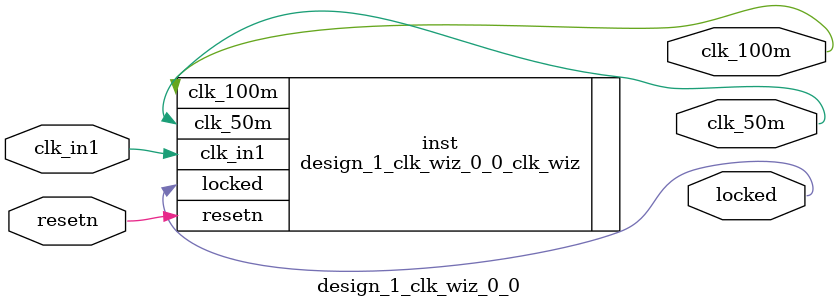
<source format=v>


`timescale 1ps/1ps

(* CORE_GENERATION_INFO = "design_1_clk_wiz_0_0,clk_wiz_v6_0_3_0_0,{component_name=design_1_clk_wiz_0_0,use_phase_alignment=true,use_min_o_jitter=false,use_max_i_jitter=false,use_dyn_phase_shift=false,use_inclk_switchover=false,use_dyn_reconfig=false,enable_axi=0,feedback_source=FDBK_AUTO,PRIMITIVE=MMCM,num_out_clk=2,clkin1_period=20.000,clkin2_period=10.0,use_power_down=false,use_reset=true,use_locked=true,use_inclk_stopped=false,feedback_type=SINGLE,CLOCK_MGR_TYPE=NA,manual_override=false}" *)

module design_1_clk_wiz_0_0 
 (
  // Clock out ports
  output        clk_100m,
  output        clk_50m,
  // Status and control signals
  input         resetn,
  output        locked,
 // Clock in ports
  input         clk_in1
 );

  design_1_clk_wiz_0_0_clk_wiz inst
  (
  // Clock out ports  
  .clk_100m(clk_100m),
  .clk_50m(clk_50m),
  // Status and control signals               
  .resetn(resetn), 
  .locked(locked),
 // Clock in ports
  .clk_in1(clk_in1)
  );

endmodule

</source>
